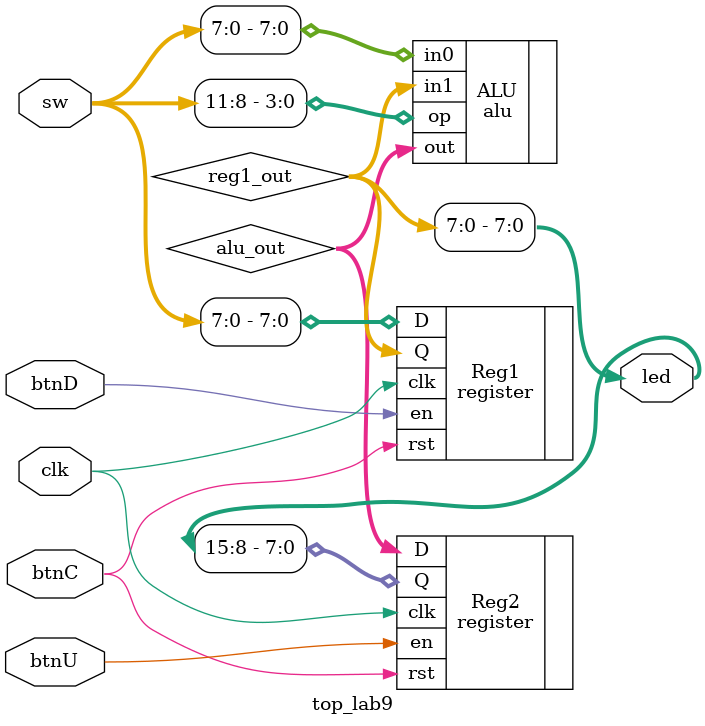
<source format=sv>
`timescale 1ns / 1ps


module top_lab9(
    input btnU,
    input btnD,
    input [11:0] sw,
    input clk,
    input btnC,
    output [15:0] led
    );
   
    wire [7:0] reg1_out;
    wire [7:0] alu_out;
   
    register #(.N(8)) Reg1 (
        .clk(clk),
        .rst(btnC),
        .en(btnD),
        .D(sw[7:0]),
        .Q(reg1_out)
    );
    assign led [7:0] = reg1_out; 
   
    alu     ALU (
        .in0(sw[7:0]),
        .in1(reg1_out),
        .op(sw[11:8]),
        .out(alu_out)
    );
    
    register #(.N(8)) Reg2 (
        .clk(clk),
        .en(btnU),
        .rst(btnC),
        .D(alu_out),
        .Q(led [15:8])
    );

endmodule

</source>
